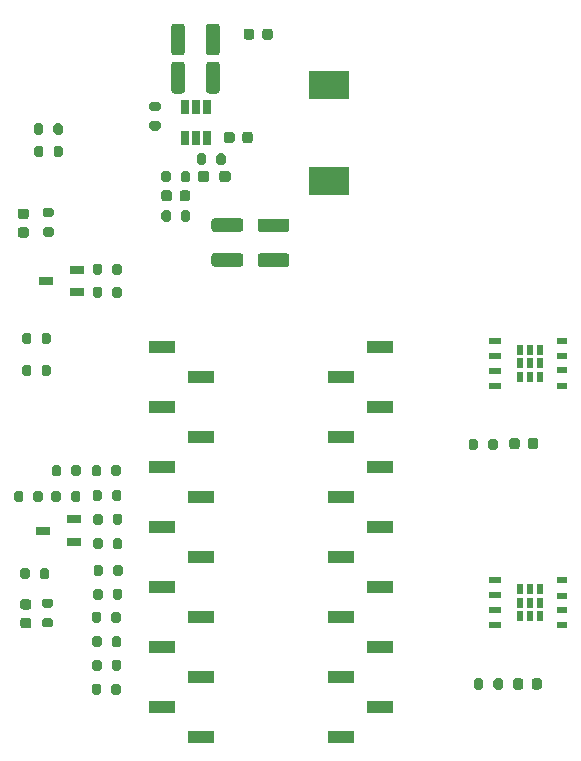
<source format=gbr>
%TF.GenerationSoftware,KiCad,Pcbnew,(5.1.9)-1*%
<<<<<<< HEAD:exports/Gerbers/4runner-Seat-Heat-PCB-Rev02/4runner-seat-heat-F_Paste.gbr
%TF.CreationDate,2022-03-20T14:43:19-04:00*%
=======
%TF.CreationDate,2022-12-24T12:33:20-05:00*%
>>>>>>> better-backligh-control:exports/Gerbers/4runner-Seat-Heat-PCB-Rev03/4runner-seat-heat-F_Paste.gbr
%TF.ProjectId,4runner-seat-heat,3472756e-6e65-4722-9d73-6561742d6865,rev?*%
%TF.SameCoordinates,Original*%
%TF.FileFunction,Paste,Top*%
%TF.FilePolarity,Positive*%
%FSLAX46Y46*%
G04 Gerber Fmt 4.6, Leading zero omitted, Abs format (unit mm)*
<<<<<<< HEAD:exports/Gerbers/4runner-Seat-Heat-PCB-Rev02/4runner-seat-heat-F_Paste.gbr
G04 Created by KiCad (PCBNEW (5.1.9)-1) date 2022-03-20 14:43:19*
=======
G04 Created by KiCad (PCBNEW (5.1.9)-1) date 2022-12-24 12:33:20*
>>>>>>> better-backligh-control:exports/Gerbers/4runner-Seat-Heat-PCB-Rev03/4runner-seat-heat-F_Paste.gbr
%MOMM*%
%LPD*%
G01*
G04 APERTURE LIST*
%ADD10R,2.286000X1.016000*%
%ADD11R,0.650000X1.220000*%
%ADD12R,0.600000X0.900000*%
%ADD13R,0.900000X0.600000*%
%ADD14R,1.050000X0.600000*%
%ADD15R,1.220000X0.650000*%
%ADD16R,3.400000X2.400000*%
G04 APERTURE END LIST*
%TO.C,R24*%
G36*
G01*
X10875000Y-43525000D02*
X10875000Y-44075000D01*
G75*
G02*
X10675000Y-44275000I-200000J0D01*
G01*
X10275000Y-44275000D01*
G75*
G02*
X10075000Y-44075000I0J200000D01*
G01*
X10075000Y-43525000D01*
G75*
G02*
X10275000Y-43325000I200000J0D01*
G01*
X10675000Y-43325000D01*
G75*
G02*
X10875000Y-43525000I0J-200000D01*
G01*
G37*
G36*
G01*
X12525000Y-43525000D02*
X12525000Y-44075000D01*
G75*
G02*
X12325000Y-44275000I-200000J0D01*
G01*
X11925000Y-44275000D01*
G75*
G02*
X11725000Y-44075000I0J200000D01*
G01*
X11725000Y-43525000D01*
G75*
G02*
X11925000Y-43325000I200000J0D01*
G01*
X12325000Y-43325000D01*
G75*
G02*
X12525000Y-43525000I0J-200000D01*
G01*
G37*
%TD*%
%TO.C,R23*%
G36*
G01*
X12261400Y-50617800D02*
X12261400Y-50067800D01*
G75*
G02*
X12461400Y-49867800I200000J0D01*
G01*
X12861400Y-49867800D01*
G75*
G02*
X13061400Y-50067800I0J-200000D01*
G01*
X13061400Y-50617800D01*
G75*
G02*
X12861400Y-50817800I-200000J0D01*
G01*
X12461400Y-50817800D01*
G75*
G02*
X12261400Y-50617800I0J200000D01*
G01*
G37*
G36*
G01*
X10611400Y-50617800D02*
X10611400Y-50067800D01*
G75*
G02*
X10811400Y-49867800I200000J0D01*
G01*
X11211400Y-49867800D01*
G75*
G02*
X11411400Y-50067800I0J-200000D01*
G01*
X11411400Y-50617800D01*
G75*
G02*
X11211400Y-50817800I-200000J0D01*
G01*
X10811400Y-50817800D01*
G75*
G02*
X10611400Y-50617800I0J200000D01*
G01*
G37*
%TD*%
%TO.C,R22*%
G36*
G01*
X11563800Y-32846600D02*
X11563800Y-33396600D01*
G75*
G02*
X11363800Y-33596600I-200000J0D01*
G01*
X10963800Y-33596600D01*
G75*
G02*
X10763800Y-33396600I0J200000D01*
G01*
X10763800Y-32846600D01*
G75*
G02*
X10963800Y-32646600I200000J0D01*
G01*
X11363800Y-32646600D01*
G75*
G02*
X11563800Y-32846600I0J-200000D01*
G01*
G37*
G36*
G01*
X13213800Y-32846600D02*
X13213800Y-33396600D01*
G75*
G02*
X13013800Y-33596600I-200000J0D01*
G01*
X12613800Y-33596600D01*
G75*
G02*
X12413800Y-33396600I0J200000D01*
G01*
X12413800Y-32846600D01*
G75*
G02*
X12613800Y-32646600I200000J0D01*
G01*
X13013800Y-32646600D01*
G75*
G02*
X13213800Y-32846600I0J-200000D01*
G01*
G37*
%TD*%
%TO.C,R21*%
G36*
G01*
X12413800Y-30704200D02*
X12413800Y-30154200D01*
G75*
G02*
X12613800Y-29954200I200000J0D01*
G01*
X13013800Y-29954200D01*
G75*
G02*
X13213800Y-30154200I0J-200000D01*
G01*
X13213800Y-30704200D01*
G75*
G02*
X13013800Y-30904200I-200000J0D01*
G01*
X12613800Y-30904200D01*
G75*
G02*
X12413800Y-30704200I0J200000D01*
G01*
G37*
G36*
G01*
X10763800Y-30704200D02*
X10763800Y-30154200D01*
G75*
G02*
X10963800Y-29954200I200000J0D01*
G01*
X11363800Y-29954200D01*
G75*
G02*
X11563800Y-30154200I0J-200000D01*
G01*
X11563800Y-30704200D01*
G75*
G02*
X11363800Y-30904200I-200000J0D01*
G01*
X10963800Y-30904200D01*
G75*
G02*
X10763800Y-30704200I0J200000D01*
G01*
G37*
%TD*%
D10*
%TO.C,U2*%
X41088900Y-31105000D03*
X37788900Y-33655000D03*
X37788900Y-53975000D03*
X41088900Y-36185000D03*
X37788900Y-64135000D03*
X37788900Y-48895000D03*
X41088900Y-61585000D03*
X41088900Y-51425000D03*
X41088900Y-41265000D03*
X37788900Y-38735000D03*
X37788900Y-43815000D03*
X37788900Y-59055000D03*
X41088900Y-46345000D03*
X41088900Y-56505000D03*
X25888900Y-33665000D03*
X25888900Y-38745000D03*
X25888900Y-43825000D03*
X25888900Y-48905000D03*
X25888900Y-53985000D03*
X25888900Y-59065000D03*
X22588900Y-31135000D03*
X22588900Y-36215000D03*
X22588900Y-41295000D03*
X22588900Y-46375000D03*
X22588900Y-51455000D03*
X22588900Y-56535000D03*
X22588900Y-61615000D03*
X25888900Y-64145000D03*
%TD*%
%TO.C,C7*%
G36*
G01*
X28758000Y-13148500D02*
X28758000Y-13648500D01*
G75*
G02*
X28533000Y-13873500I-225000J0D01*
G01*
X28083000Y-13873500D01*
G75*
G02*
X27858000Y-13648500I0J225000D01*
G01*
X27858000Y-13148500D01*
G75*
G02*
X28083000Y-12923500I225000J0D01*
G01*
X28533000Y-12923500D01*
G75*
G02*
X28758000Y-13148500I0J-225000D01*
G01*
G37*
G36*
G01*
X30308000Y-13148500D02*
X30308000Y-13648500D01*
G75*
G02*
X30083000Y-13873500I-225000J0D01*
G01*
X29633000Y-13873500D01*
G75*
G02*
X29408000Y-13648500I0J225000D01*
G01*
X29408000Y-13148500D01*
G75*
G02*
X29633000Y-12923500I225000J0D01*
G01*
X30083000Y-12923500D01*
G75*
G02*
X30308000Y-13148500I0J-225000D01*
G01*
G37*
%TD*%
%TO.C,C8*%
G36*
G01*
X33154801Y-24363900D02*
X30954799Y-24363900D01*
G75*
G02*
X30704800Y-24113901I0J249999D01*
G01*
X30704800Y-23463899D01*
G75*
G02*
X30954799Y-23213900I249999J0D01*
G01*
X33154801Y-23213900D01*
G75*
G02*
X33404800Y-23463899I0J-249999D01*
G01*
X33404800Y-24113901D01*
G75*
G02*
X33154801Y-24363900I-249999J0D01*
G01*
G37*
G36*
G01*
X33154801Y-21413900D02*
X30954799Y-21413900D01*
G75*
G02*
X30704800Y-21163901I0J249999D01*
G01*
X30704800Y-20513899D01*
G75*
G02*
X30954799Y-20263900I249999J0D01*
G01*
X33154801Y-20263900D01*
G75*
G02*
X33404800Y-20513899I0J-249999D01*
G01*
X33404800Y-21163901D01*
G75*
G02*
X33154801Y-21413900I-249999J0D01*
G01*
G37*
%TD*%
%TO.C,C9*%
G36*
G01*
X29243201Y-21388500D02*
X27043199Y-21388500D01*
G75*
G02*
X26793200Y-21138501I0J249999D01*
G01*
X26793200Y-20488499D01*
G75*
G02*
X27043199Y-20238500I249999J0D01*
G01*
X29243201Y-20238500D01*
G75*
G02*
X29493200Y-20488499I0J-249999D01*
G01*
X29493200Y-21138501D01*
G75*
G02*
X29243201Y-21388500I-249999J0D01*
G01*
G37*
G36*
G01*
X29243201Y-24338500D02*
X27043199Y-24338500D01*
G75*
G02*
X26793200Y-24088501I0J249999D01*
G01*
X26793200Y-23438499D01*
G75*
G02*
X27043199Y-23188500I249999J0D01*
G01*
X29243201Y-23188500D01*
G75*
G02*
X29493200Y-23438499I0J-249999D01*
G01*
X29493200Y-24088501D01*
G75*
G02*
X29243201Y-24338500I-249999J0D01*
G01*
G37*
%TD*%
%TO.C,C10*%
G36*
G01*
X23400800Y-9431201D02*
X23400800Y-7231199D01*
G75*
G02*
X23650799Y-6981200I249999J0D01*
G01*
X24300801Y-6981200D01*
G75*
G02*
X24550800Y-7231199I0J-249999D01*
G01*
X24550800Y-9431201D01*
G75*
G02*
X24300801Y-9681200I-249999J0D01*
G01*
X23650799Y-9681200D01*
G75*
G02*
X23400800Y-9431201I0J249999D01*
G01*
G37*
G36*
G01*
X26350800Y-9431201D02*
X26350800Y-7231199D01*
G75*
G02*
X26600799Y-6981200I249999J0D01*
G01*
X27250801Y-6981200D01*
G75*
G02*
X27500800Y-7231199I0J-249999D01*
G01*
X27500800Y-9431201D01*
G75*
G02*
X27250801Y-9681200I-249999J0D01*
G01*
X26600799Y-9681200D01*
G75*
G02*
X26350800Y-9431201I0J249999D01*
G01*
G37*
%TD*%
%TO.C,C6*%
G36*
G01*
X26338100Y-6205401D02*
X26338100Y-4005399D01*
G75*
G02*
X26588099Y-3755400I249999J0D01*
G01*
X27238101Y-3755400D01*
G75*
G02*
X27488100Y-4005399I0J-249999D01*
G01*
X27488100Y-6205401D01*
G75*
G02*
X27238101Y-6455400I-249999J0D01*
G01*
X26588099Y-6455400D01*
G75*
G02*
X26338100Y-6205401I0J249999D01*
G01*
G37*
G36*
G01*
X23388100Y-6205401D02*
X23388100Y-4005399D01*
G75*
G02*
X23638099Y-3755400I249999J0D01*
G01*
X24288101Y-3755400D01*
G75*
G02*
X24538100Y-4005399I0J-249999D01*
G01*
X24538100Y-6205401D01*
G75*
G02*
X24288101Y-6455400I-249999J0D01*
G01*
X23638099Y-6455400D01*
G75*
G02*
X23388100Y-6205401I0J249999D01*
G01*
G37*
%TD*%
%TO.C,C12*%
G36*
G01*
X24999400Y-18088800D02*
X24999400Y-18588800D01*
G75*
G02*
X24774400Y-18813800I-225000J0D01*
G01*
X24324400Y-18813800D01*
G75*
G02*
X24099400Y-18588800I0J225000D01*
G01*
X24099400Y-18088800D01*
G75*
G02*
X24324400Y-17863800I225000J0D01*
G01*
X24774400Y-17863800D01*
G75*
G02*
X24999400Y-18088800I0J-225000D01*
G01*
G37*
G36*
G01*
X23449400Y-18088800D02*
X23449400Y-18588800D01*
G75*
G02*
X23224400Y-18813800I-225000J0D01*
G01*
X22774400Y-18813800D01*
G75*
G02*
X22549400Y-18588800I0J225000D01*
G01*
X22549400Y-18088800D01*
G75*
G02*
X22774400Y-17863800I225000J0D01*
G01*
X23224400Y-17863800D01*
G75*
G02*
X23449400Y-18088800I0J-225000D01*
G01*
G37*
%TD*%
%TO.C,F2*%
G36*
G01*
X29534400Y-4904450D02*
X29534400Y-4391950D01*
G75*
G02*
X29753150Y-4173200I218750J0D01*
G01*
X30190650Y-4173200D01*
G75*
G02*
X30409400Y-4391950I0J-218750D01*
G01*
X30409400Y-4904450D01*
G75*
G02*
X30190650Y-5123200I-218750J0D01*
G01*
X29753150Y-5123200D01*
G75*
G02*
X29534400Y-4904450I0J218750D01*
G01*
G37*
G36*
G01*
X31109400Y-4904450D02*
X31109400Y-4391950D01*
G75*
G02*
X31328150Y-4173200I218750J0D01*
G01*
X31765650Y-4173200D01*
G75*
G02*
X31984400Y-4391950I0J-218750D01*
G01*
X31984400Y-4904450D01*
G75*
G02*
X31765650Y-5123200I-218750J0D01*
G01*
X31328150Y-5123200D01*
G75*
G02*
X31109400Y-4904450I0J218750D01*
G01*
G37*
%TD*%
%TO.C,R1*%
G36*
G01*
X17507400Y-57802100D02*
X17507400Y-58352100D01*
G75*
G02*
X17307400Y-58552100I-200000J0D01*
G01*
X16907400Y-58552100D01*
G75*
G02*
X16707400Y-58352100I0J200000D01*
G01*
X16707400Y-57802100D01*
G75*
G02*
X16907400Y-57602100I200000J0D01*
G01*
X17307400Y-57602100D01*
G75*
G02*
X17507400Y-57802100I0J-200000D01*
G01*
G37*
G36*
G01*
X19157400Y-57802100D02*
X19157400Y-58352100D01*
G75*
G02*
X18957400Y-58552100I-200000J0D01*
G01*
X18557400Y-58552100D01*
G75*
G02*
X18357400Y-58352100I0J200000D01*
G01*
X18357400Y-57802100D01*
G75*
G02*
X18557400Y-57602100I200000J0D01*
G01*
X18957400Y-57602100D01*
G75*
G02*
X19157400Y-57802100I0J-200000D01*
G01*
G37*
%TD*%
%TO.C,R3*%
G36*
G01*
X51478900Y-59389600D02*
X51478900Y-59939600D01*
G75*
G02*
X51278900Y-60139600I-200000J0D01*
G01*
X50878900Y-60139600D01*
G75*
G02*
X50678900Y-59939600I0J200000D01*
G01*
X50678900Y-59389600D01*
G75*
G02*
X50878900Y-59189600I200000J0D01*
G01*
X51278900Y-59189600D01*
G75*
G02*
X51478900Y-59389600I0J-200000D01*
G01*
G37*
G36*
G01*
X49828900Y-59389600D02*
X49828900Y-59939600D01*
G75*
G02*
X49628900Y-60139600I-200000J0D01*
G01*
X49228900Y-60139600D01*
G75*
G02*
X49028900Y-59939600I0J200000D01*
G01*
X49028900Y-59389600D01*
G75*
G02*
X49228900Y-59189600I200000J0D01*
G01*
X49628900Y-59189600D01*
G75*
G02*
X49828900Y-59389600I0J-200000D01*
G01*
G37*
%TD*%
%TO.C,R2*%
G36*
G01*
X18332000Y-60384100D02*
X18332000Y-59834100D01*
G75*
G02*
X18532000Y-59634100I200000J0D01*
G01*
X18932000Y-59634100D01*
G75*
G02*
X19132000Y-59834100I0J-200000D01*
G01*
X19132000Y-60384100D01*
G75*
G02*
X18932000Y-60584100I-200000J0D01*
G01*
X18532000Y-60584100D01*
G75*
G02*
X18332000Y-60384100I0J200000D01*
G01*
G37*
G36*
G01*
X16682000Y-60384100D02*
X16682000Y-59834100D01*
G75*
G02*
X16882000Y-59634100I200000J0D01*
G01*
X17282000Y-59634100D01*
G75*
G02*
X17482000Y-59834100I0J-200000D01*
G01*
X17482000Y-60384100D01*
G75*
G02*
X17282000Y-60584100I-200000J0D01*
G01*
X16882000Y-60584100D01*
G75*
G02*
X16682000Y-60384100I0J200000D01*
G01*
G37*
%TD*%
%TO.C,R9*%
G36*
G01*
X14229800Y-14317300D02*
X14229800Y-14867300D01*
G75*
G02*
X14029800Y-15067300I-200000J0D01*
G01*
X13629800Y-15067300D01*
G75*
G02*
X13429800Y-14867300I0J200000D01*
G01*
X13429800Y-14317300D01*
G75*
G02*
X13629800Y-14117300I200000J0D01*
G01*
X14029800Y-14117300D01*
G75*
G02*
X14229800Y-14317300I0J-200000D01*
G01*
G37*
G36*
G01*
X12579800Y-14317300D02*
X12579800Y-14867300D01*
G75*
G02*
X12379800Y-15067300I-200000J0D01*
G01*
X11979800Y-15067300D01*
G75*
G02*
X11779800Y-14867300I0J200000D01*
G01*
X11779800Y-14317300D01*
G75*
G02*
X11979800Y-14117300I200000J0D01*
G01*
X12379800Y-14117300D01*
G75*
G02*
X12579800Y-14317300I0J-200000D01*
G01*
G37*
%TD*%
%TO.C,R12*%
G36*
G01*
X12567100Y-12412300D02*
X12567100Y-12962300D01*
G75*
G02*
X12367100Y-13162300I-200000J0D01*
G01*
X11967100Y-13162300D01*
G75*
G02*
X11767100Y-12962300I0J200000D01*
G01*
X11767100Y-12412300D01*
G75*
G02*
X11967100Y-12212300I200000J0D01*
G01*
X12367100Y-12212300D01*
G75*
G02*
X12567100Y-12412300I0J-200000D01*
G01*
G37*
G36*
G01*
X14217100Y-12412300D02*
X14217100Y-12962300D01*
G75*
G02*
X14017100Y-13162300I-200000J0D01*
G01*
X13617100Y-13162300D01*
G75*
G02*
X13417100Y-12962300I0J200000D01*
G01*
X13417100Y-12412300D01*
G75*
G02*
X13617100Y-12212300I200000J0D01*
G01*
X14017100Y-12212300D01*
G75*
G02*
X14217100Y-12412300I0J-200000D01*
G01*
G37*
%TD*%
%TO.C,R4*%
G36*
G01*
X16796300Y-52345000D02*
X16796300Y-51795000D01*
G75*
G02*
X16996300Y-51595000I200000J0D01*
G01*
X17396300Y-51595000D01*
G75*
G02*
X17596300Y-51795000I0J-200000D01*
G01*
X17596300Y-52345000D01*
G75*
G02*
X17396300Y-52545000I-200000J0D01*
G01*
X16996300Y-52545000D01*
G75*
G02*
X16796300Y-52345000I0J200000D01*
G01*
G37*
G36*
G01*
X18446300Y-52345000D02*
X18446300Y-51795000D01*
G75*
G02*
X18646300Y-51595000I200000J0D01*
G01*
X19046300Y-51595000D01*
G75*
G02*
X19246300Y-51795000I0J-200000D01*
G01*
X19246300Y-52345000D01*
G75*
G02*
X19046300Y-52545000I-200000J0D01*
G01*
X18646300Y-52545000D01*
G75*
G02*
X18446300Y-52345000I0J200000D01*
G01*
G37*
%TD*%
%TO.C,R7*%
G36*
G01*
X49371700Y-39107700D02*
X49371700Y-39657700D01*
G75*
G02*
X49171700Y-39857700I-200000J0D01*
G01*
X48771700Y-39857700D01*
G75*
G02*
X48571700Y-39657700I0J200000D01*
G01*
X48571700Y-39107700D01*
G75*
G02*
X48771700Y-38907700I200000J0D01*
G01*
X49171700Y-38907700D01*
G75*
G02*
X49371700Y-39107700I0J-200000D01*
G01*
G37*
G36*
G01*
X51021700Y-39107700D02*
X51021700Y-39657700D01*
G75*
G02*
X50821700Y-39857700I-200000J0D01*
G01*
X50421700Y-39857700D01*
G75*
G02*
X50221700Y-39657700I0J200000D01*
G01*
X50221700Y-39107700D01*
G75*
G02*
X50421700Y-38907700I200000J0D01*
G01*
X50821700Y-38907700D01*
G75*
G02*
X51021700Y-39107700I0J-200000D01*
G01*
G37*
%TD*%
%TO.C,R5*%
G36*
G01*
X16821700Y-50325700D02*
X16821700Y-49775700D01*
G75*
G02*
X17021700Y-49575700I200000J0D01*
G01*
X17421700Y-49575700D01*
G75*
G02*
X17621700Y-49775700I0J-200000D01*
G01*
X17621700Y-50325700D01*
G75*
G02*
X17421700Y-50525700I-200000J0D01*
G01*
X17021700Y-50525700D01*
G75*
G02*
X16821700Y-50325700I0J200000D01*
G01*
G37*
G36*
G01*
X18471700Y-50325700D02*
X18471700Y-49775700D01*
G75*
G02*
X18671700Y-49575700I200000J0D01*
G01*
X19071700Y-49575700D01*
G75*
G02*
X19271700Y-49775700I0J-200000D01*
G01*
X19271700Y-50325700D01*
G75*
G02*
X19071700Y-50525700I-200000J0D01*
G01*
X18671700Y-50525700D01*
G75*
G02*
X18471700Y-50325700I0J200000D01*
G01*
G37*
%TD*%
%TO.C,R6*%
G36*
G01*
X14078400Y-41342900D02*
X14078400Y-41892900D01*
G75*
G02*
X13878400Y-42092900I-200000J0D01*
G01*
X13478400Y-42092900D01*
G75*
G02*
X13278400Y-41892900I0J200000D01*
G01*
X13278400Y-41342900D01*
G75*
G02*
X13478400Y-41142900I200000J0D01*
G01*
X13878400Y-41142900D01*
G75*
G02*
X14078400Y-41342900I0J-200000D01*
G01*
G37*
G36*
G01*
X15728400Y-41342900D02*
X15728400Y-41892900D01*
G75*
G02*
X15528400Y-42092900I-200000J0D01*
G01*
X15128400Y-42092900D01*
G75*
G02*
X14928400Y-41892900I0J200000D01*
G01*
X14928400Y-41342900D01*
G75*
G02*
X15128400Y-41142900I200000J0D01*
G01*
X15528400Y-41142900D01*
G75*
G02*
X15728400Y-41342900I0J-200000D01*
G01*
G37*
%TD*%
%TO.C,R8*%
G36*
G01*
X15703000Y-43514600D02*
X15703000Y-44064600D01*
G75*
G02*
X15503000Y-44264600I-200000J0D01*
G01*
X15103000Y-44264600D01*
G75*
G02*
X14903000Y-44064600I0J200000D01*
G01*
X14903000Y-43514600D01*
G75*
G02*
X15103000Y-43314600I200000J0D01*
G01*
X15503000Y-43314600D01*
G75*
G02*
X15703000Y-43514600I0J-200000D01*
G01*
G37*
G36*
G01*
X14053000Y-43514600D02*
X14053000Y-44064600D01*
G75*
G02*
X13853000Y-44264600I-200000J0D01*
G01*
X13453000Y-44264600D01*
G75*
G02*
X13253000Y-44064600I0J200000D01*
G01*
X13253000Y-43514600D01*
G75*
G02*
X13453000Y-43314600I200000J0D01*
G01*
X13853000Y-43314600D01*
G75*
G02*
X14053000Y-43514600I0J-200000D01*
G01*
G37*
%TD*%
%TO.C,R11*%
G36*
G01*
X16745500Y-26779900D02*
X16745500Y-26229900D01*
G75*
G02*
X16945500Y-26029900I200000J0D01*
G01*
X17345500Y-26029900D01*
G75*
G02*
X17545500Y-26229900I0J-200000D01*
G01*
X17545500Y-26779900D01*
G75*
G02*
X17345500Y-26979900I-200000J0D01*
G01*
X16945500Y-26979900D01*
G75*
G02*
X16745500Y-26779900I0J200000D01*
G01*
G37*
G36*
G01*
X18395500Y-26779900D02*
X18395500Y-26229900D01*
G75*
G02*
X18595500Y-26029900I200000J0D01*
G01*
X18995500Y-26029900D01*
G75*
G02*
X19195500Y-26229900I0J-200000D01*
G01*
X19195500Y-26779900D01*
G75*
G02*
X18995500Y-26979900I-200000J0D01*
G01*
X18595500Y-26979900D01*
G75*
G02*
X18395500Y-26779900I0J200000D01*
G01*
G37*
%TD*%
%TO.C,R10*%
G36*
G01*
X18446300Y-48065100D02*
X18446300Y-47515100D01*
G75*
G02*
X18646300Y-47315100I200000J0D01*
G01*
X19046300Y-47315100D01*
G75*
G02*
X19246300Y-47515100I0J-200000D01*
G01*
X19246300Y-48065100D01*
G75*
G02*
X19046300Y-48265100I-200000J0D01*
G01*
X18646300Y-48265100D01*
G75*
G02*
X18446300Y-48065100I0J200000D01*
G01*
G37*
G36*
G01*
X16796300Y-48065100D02*
X16796300Y-47515100D01*
G75*
G02*
X16996300Y-47315100I200000J0D01*
G01*
X17396300Y-47315100D01*
G75*
G02*
X17596300Y-47515100I0J-200000D01*
G01*
X17596300Y-48065100D01*
G75*
G02*
X17396300Y-48265100I-200000J0D01*
G01*
X16996300Y-48265100D01*
G75*
G02*
X16796300Y-48065100I0J200000D01*
G01*
G37*
%TD*%
%TO.C,R16*%
G36*
G01*
X12717100Y-19349000D02*
X13267100Y-19349000D01*
G75*
G02*
X13467100Y-19549000I0J-200000D01*
G01*
X13467100Y-19949000D01*
G75*
G02*
X13267100Y-20149000I-200000J0D01*
G01*
X12717100Y-20149000D01*
G75*
G02*
X12517100Y-19949000I0J200000D01*
G01*
X12517100Y-19549000D01*
G75*
G02*
X12717100Y-19349000I200000J0D01*
G01*
G37*
G36*
G01*
X12717100Y-20999000D02*
X13267100Y-20999000D01*
G75*
G02*
X13467100Y-21199000I0J-200000D01*
G01*
X13467100Y-21599000D01*
G75*
G02*
X13267100Y-21799000I-200000J0D01*
G01*
X12717100Y-21799000D01*
G75*
G02*
X12517100Y-21599000I0J200000D01*
G01*
X12517100Y-21199000D01*
G75*
G02*
X12717100Y-20999000I200000J0D01*
G01*
G37*
%TD*%
%TO.C,R15*%
G36*
G01*
X12628200Y-54082500D02*
X13178200Y-54082500D01*
G75*
G02*
X13378200Y-54282500I0J-200000D01*
G01*
X13378200Y-54682500D01*
G75*
G02*
X13178200Y-54882500I-200000J0D01*
G01*
X12628200Y-54882500D01*
G75*
G02*
X12428200Y-54682500I0J200000D01*
G01*
X12428200Y-54282500D01*
G75*
G02*
X12628200Y-54082500I200000J0D01*
G01*
G37*
G36*
G01*
X12628200Y-52432500D02*
X13178200Y-52432500D01*
G75*
G02*
X13378200Y-52632500I0J-200000D01*
G01*
X13378200Y-53032500D01*
G75*
G02*
X13178200Y-53232500I-200000J0D01*
G01*
X12628200Y-53232500D01*
G75*
G02*
X12428200Y-53032500I0J200000D01*
G01*
X12428200Y-52632500D01*
G75*
G02*
X12628200Y-52432500I200000J0D01*
G01*
G37*
%TD*%
%TO.C,R14*%
G36*
G01*
X17545500Y-24286800D02*
X17545500Y-24836800D01*
G75*
G02*
X17345500Y-25036800I-200000J0D01*
G01*
X16945500Y-25036800D01*
G75*
G02*
X16745500Y-24836800I0J200000D01*
G01*
X16745500Y-24286800D01*
G75*
G02*
X16945500Y-24086800I200000J0D01*
G01*
X17345500Y-24086800D01*
G75*
G02*
X17545500Y-24286800I0J-200000D01*
G01*
G37*
G36*
G01*
X19195500Y-24286800D02*
X19195500Y-24836800D01*
G75*
G02*
X18995500Y-25036800I-200000J0D01*
G01*
X18595500Y-25036800D01*
G75*
G02*
X18395500Y-24836800I0J200000D01*
G01*
X18395500Y-24286800D01*
G75*
G02*
X18595500Y-24086800I200000J0D01*
G01*
X18995500Y-24086800D01*
G75*
G02*
X19195500Y-24286800I0J-200000D01*
G01*
G37*
%TD*%
%TO.C,R13*%
G36*
G01*
X17609000Y-45445000D02*
X17609000Y-45995000D01*
G75*
G02*
X17409000Y-46195000I-200000J0D01*
G01*
X17009000Y-46195000D01*
G75*
G02*
X16809000Y-45995000I0J200000D01*
G01*
X16809000Y-45445000D01*
G75*
G02*
X17009000Y-45245000I200000J0D01*
G01*
X17409000Y-45245000D01*
G75*
G02*
X17609000Y-45445000I0J-200000D01*
G01*
G37*
G36*
G01*
X19259000Y-45445000D02*
X19259000Y-45995000D01*
G75*
G02*
X19059000Y-46195000I-200000J0D01*
G01*
X18659000Y-46195000D01*
G75*
G02*
X18459000Y-45995000I0J200000D01*
G01*
X18459000Y-45445000D01*
G75*
G02*
X18659000Y-45245000I200000J0D01*
G01*
X19059000Y-45245000D01*
G75*
G02*
X19259000Y-45445000I0J-200000D01*
G01*
G37*
%TD*%
%TO.C,R34*%
G36*
G01*
X25012100Y-19765600D02*
X25012100Y-20315600D01*
G75*
G02*
X24812100Y-20515600I-200000J0D01*
G01*
X24412100Y-20515600D01*
G75*
G02*
X24212100Y-20315600I0J200000D01*
G01*
X24212100Y-19765600D01*
G75*
G02*
X24412100Y-19565600I200000J0D01*
G01*
X24812100Y-19565600D01*
G75*
G02*
X25012100Y-19765600I0J-200000D01*
G01*
G37*
G36*
G01*
X23362100Y-19765600D02*
X23362100Y-20315600D01*
G75*
G02*
X23162100Y-20515600I-200000J0D01*
G01*
X22762100Y-20515600D01*
G75*
G02*
X22562100Y-20315600I0J200000D01*
G01*
X22562100Y-19765600D01*
G75*
G02*
X22762100Y-19565600I200000J0D01*
G01*
X23162100Y-19565600D01*
G75*
G02*
X23362100Y-19765600I0J-200000D01*
G01*
G37*
%TD*%
%TO.C,R35*%
G36*
G01*
X21746800Y-10370100D02*
X22296800Y-10370100D01*
G75*
G02*
X22496800Y-10570100I0J-200000D01*
G01*
X22496800Y-10970100D01*
G75*
G02*
X22296800Y-11170100I-200000J0D01*
G01*
X21746800Y-11170100D01*
G75*
G02*
X21546800Y-10970100I0J200000D01*
G01*
X21546800Y-10570100D01*
G75*
G02*
X21746800Y-10370100I200000J0D01*
G01*
G37*
G36*
G01*
X21746800Y-12020100D02*
X22296800Y-12020100D01*
G75*
G02*
X22496800Y-12220100I0J-200000D01*
G01*
X22496800Y-12620100D01*
G75*
G02*
X22296800Y-12820100I-200000J0D01*
G01*
X21746800Y-12820100D01*
G75*
G02*
X21546800Y-12620100I0J200000D01*
G01*
X21546800Y-12220100D01*
G75*
G02*
X21746800Y-12020100I200000J0D01*
G01*
G37*
%TD*%
%TO.C,R36*%
G36*
G01*
X24199400Y-16988200D02*
X24199400Y-16438200D01*
G75*
G02*
X24399400Y-16238200I200000J0D01*
G01*
X24799400Y-16238200D01*
G75*
G02*
X24999400Y-16438200I0J-200000D01*
G01*
X24999400Y-16988200D01*
G75*
G02*
X24799400Y-17188200I-200000J0D01*
G01*
X24399400Y-17188200D01*
G75*
G02*
X24199400Y-16988200I0J200000D01*
G01*
G37*
G36*
G01*
X22549400Y-16988200D02*
X22549400Y-16438200D01*
G75*
G02*
X22749400Y-16238200I200000J0D01*
G01*
X23149400Y-16238200D01*
G75*
G02*
X23349400Y-16438200I0J-200000D01*
G01*
X23349400Y-16988200D01*
G75*
G02*
X23149400Y-17188200I-200000J0D01*
G01*
X22749400Y-17188200D01*
G75*
G02*
X22549400Y-16988200I0J200000D01*
G01*
G37*
%TD*%
%TO.C,R37*%
G36*
G01*
X27209300Y-15502300D02*
X27209300Y-14952300D01*
G75*
G02*
X27409300Y-14752300I200000J0D01*
G01*
X27809300Y-14752300D01*
G75*
G02*
X28009300Y-14952300I0J-200000D01*
G01*
X28009300Y-15502300D01*
G75*
G02*
X27809300Y-15702300I-200000J0D01*
G01*
X27409300Y-15702300D01*
G75*
G02*
X27209300Y-15502300I0J200000D01*
G01*
G37*
G36*
G01*
X25559300Y-15502300D02*
X25559300Y-14952300D01*
G75*
G02*
X25759300Y-14752300I200000J0D01*
G01*
X26159300Y-14752300D01*
G75*
G02*
X26359300Y-14952300I0J-200000D01*
G01*
X26359300Y-15502300D01*
G75*
G02*
X26159300Y-15702300I-200000J0D01*
G01*
X25759300Y-15702300D01*
G75*
G02*
X25559300Y-15502300I0J200000D01*
G01*
G37*
%TD*%
%TO.C,R38*%
G36*
G01*
X25625600Y-16938000D02*
X25625600Y-16463000D01*
G75*
G02*
X25863100Y-16225500I237500J0D01*
G01*
X26363100Y-16225500D01*
G75*
G02*
X26600600Y-16463000I0J-237500D01*
G01*
X26600600Y-16938000D01*
G75*
G02*
X26363100Y-17175500I-237500J0D01*
G01*
X25863100Y-17175500D01*
G75*
G02*
X25625600Y-16938000I0J237500D01*
G01*
G37*
G36*
G01*
X27450600Y-16938000D02*
X27450600Y-16463000D01*
G75*
G02*
X27688100Y-16225500I237500J0D01*
G01*
X28188100Y-16225500D01*
G75*
G02*
X28425600Y-16463000I0J-237500D01*
G01*
X28425600Y-16938000D01*
G75*
G02*
X28188100Y-17175500I-237500J0D01*
G01*
X27688100Y-17175500D01*
G75*
G02*
X27450600Y-16938000I0J237500D01*
G01*
G37*
%TD*%
%TO.C,R17*%
G36*
G01*
X19106600Y-53738100D02*
X19106600Y-54288100D01*
G75*
G02*
X18906600Y-54488100I-200000J0D01*
G01*
X18506600Y-54488100D01*
G75*
G02*
X18306600Y-54288100I0J200000D01*
G01*
X18306600Y-53738100D01*
G75*
G02*
X18506600Y-53538100I200000J0D01*
G01*
X18906600Y-53538100D01*
G75*
G02*
X19106600Y-53738100I0J-200000D01*
G01*
G37*
G36*
G01*
X17456600Y-53738100D02*
X17456600Y-54288100D01*
G75*
G02*
X17256600Y-54488100I-200000J0D01*
G01*
X16856600Y-54488100D01*
G75*
G02*
X16656600Y-54288100I0J200000D01*
G01*
X16656600Y-53738100D01*
G75*
G02*
X16856600Y-53538100I200000J0D01*
G01*
X17256600Y-53538100D01*
G75*
G02*
X17456600Y-53738100I0J-200000D01*
G01*
G37*
%TD*%
%TO.C,R19*%
G36*
G01*
X17482000Y-41342900D02*
X17482000Y-41892900D01*
G75*
G02*
X17282000Y-42092900I-200000J0D01*
G01*
X16882000Y-42092900D01*
G75*
G02*
X16682000Y-41892900I0J200000D01*
G01*
X16682000Y-41342900D01*
G75*
G02*
X16882000Y-41142900I200000J0D01*
G01*
X17282000Y-41142900D01*
G75*
G02*
X17482000Y-41342900I0J-200000D01*
G01*
G37*
G36*
G01*
X19132000Y-41342900D02*
X19132000Y-41892900D01*
G75*
G02*
X18932000Y-42092900I-200000J0D01*
G01*
X18532000Y-42092900D01*
G75*
G02*
X18332000Y-41892900I0J200000D01*
G01*
X18332000Y-41342900D01*
G75*
G02*
X18532000Y-41142900I200000J0D01*
G01*
X18932000Y-41142900D01*
G75*
G02*
X19132000Y-41342900I0J-200000D01*
G01*
G37*
%TD*%
%TO.C,R18*%
G36*
G01*
X19157400Y-55820900D02*
X19157400Y-56370900D01*
G75*
G02*
X18957400Y-56570900I-200000J0D01*
G01*
X18557400Y-56570900D01*
G75*
G02*
X18357400Y-56370900I0J200000D01*
G01*
X18357400Y-55820900D01*
G75*
G02*
X18557400Y-55620900I200000J0D01*
G01*
X18957400Y-55620900D01*
G75*
G02*
X19157400Y-55820900I0J-200000D01*
G01*
G37*
G36*
G01*
X17507400Y-55820900D02*
X17507400Y-56370900D01*
G75*
G02*
X17307400Y-56570900I-200000J0D01*
G01*
X16907400Y-56570900D01*
G75*
G02*
X16707400Y-56370900I0J200000D01*
G01*
X16707400Y-55820900D01*
G75*
G02*
X16907400Y-55620900I200000J0D01*
G01*
X17307400Y-55620900D01*
G75*
G02*
X17507400Y-55820900I0J-200000D01*
G01*
G37*
%TD*%
%TO.C,R20*%
G36*
G01*
X16732800Y-44001100D02*
X16732800Y-43451100D01*
G75*
G02*
X16932800Y-43251100I200000J0D01*
G01*
X17332800Y-43251100D01*
G75*
G02*
X17532800Y-43451100I0J-200000D01*
G01*
X17532800Y-44001100D01*
G75*
G02*
X17332800Y-44201100I-200000J0D01*
G01*
X16932800Y-44201100D01*
G75*
G02*
X16732800Y-44001100I0J200000D01*
G01*
G37*
G36*
G01*
X18382800Y-44001100D02*
X18382800Y-43451100D01*
G75*
G02*
X18582800Y-43251100I200000J0D01*
G01*
X18982800Y-43251100D01*
G75*
G02*
X19182800Y-43451100I0J-200000D01*
G01*
X19182800Y-44001100D01*
G75*
G02*
X18982800Y-44201100I-200000J0D01*
G01*
X18582800Y-44201100D01*
G75*
G02*
X18382800Y-44001100I0J200000D01*
G01*
G37*
%TD*%
D11*
%TO.C,U1*%
X25512800Y-10793100D03*
X26462800Y-10793100D03*
X26462800Y-13413100D03*
X24562800Y-10793100D03*
X25512800Y-13413100D03*
X24562800Y-13413100D03*
%TD*%
%TO.C,D1*%
G36*
G01*
X53205900Y-59408350D02*
X53205900Y-59920850D01*
G75*
G02*
X52987150Y-60139600I-218750J0D01*
G01*
X52549650Y-60139600D01*
G75*
G02*
X52330900Y-59920850I0J218750D01*
G01*
X52330900Y-59408350D01*
G75*
G02*
X52549650Y-59189600I218750J0D01*
G01*
X52987150Y-59189600D01*
G75*
G02*
X53205900Y-59408350I0J-218750D01*
G01*
G37*
G36*
G01*
X54780900Y-59408350D02*
X54780900Y-59920850D01*
G75*
G02*
X54562150Y-60139600I-218750J0D01*
G01*
X54124650Y-60139600D01*
G75*
G02*
X53905900Y-59920850I0J218750D01*
G01*
X53905900Y-59408350D01*
G75*
G02*
X54124650Y-59189600I218750J0D01*
G01*
X54562150Y-59189600D01*
G75*
G02*
X54780900Y-59408350I0J-218750D01*
G01*
G37*
%TD*%
%TO.C,D2*%
G36*
G01*
X54463400Y-39062950D02*
X54463400Y-39575450D01*
G75*
G02*
X54244650Y-39794200I-218750J0D01*
G01*
X53807150Y-39794200D01*
G75*
G02*
X53588400Y-39575450I0J218750D01*
G01*
X53588400Y-39062950D01*
G75*
G02*
X53807150Y-38844200I218750J0D01*
G01*
X54244650Y-38844200D01*
G75*
G02*
X54463400Y-39062950I0J-218750D01*
G01*
G37*
G36*
G01*
X52888400Y-39062950D02*
X52888400Y-39575450D01*
G75*
G02*
X52669650Y-39794200I-218750J0D01*
G01*
X52232150Y-39794200D01*
G75*
G02*
X52013400Y-39575450I0J218750D01*
G01*
X52013400Y-39062950D01*
G75*
G02*
X52232150Y-38844200I218750J0D01*
G01*
X52669650Y-38844200D01*
G75*
G02*
X52888400Y-39062950I0J-218750D01*
G01*
G37*
%TD*%
%TO.C,D3*%
G36*
G01*
X11127450Y-21875200D02*
X10614950Y-21875200D01*
G75*
G02*
X10396200Y-21656450I0J218750D01*
G01*
X10396200Y-21218950D01*
G75*
G02*
X10614950Y-21000200I218750J0D01*
G01*
X11127450Y-21000200D01*
G75*
G02*
X11346200Y-21218950I0J-218750D01*
G01*
X11346200Y-21656450D01*
G75*
G02*
X11127450Y-21875200I-218750J0D01*
G01*
G37*
G36*
G01*
X11127450Y-20300200D02*
X10614950Y-20300200D01*
G75*
G02*
X10396200Y-20081450I0J218750D01*
G01*
X10396200Y-19643950D01*
G75*
G02*
X10614950Y-19425200I218750J0D01*
G01*
X11127450Y-19425200D01*
G75*
G02*
X11346200Y-19643950I0J-218750D01*
G01*
X11346200Y-20081450D01*
G75*
G02*
X11127450Y-20300200I-218750J0D01*
G01*
G37*
%TD*%
%TO.C,D4*%
G36*
G01*
X11343350Y-53371000D02*
X10830850Y-53371000D01*
G75*
G02*
X10612100Y-53152250I0J218750D01*
G01*
X10612100Y-52714750D01*
G75*
G02*
X10830850Y-52496000I218750J0D01*
G01*
X11343350Y-52496000D01*
G75*
G02*
X11562100Y-52714750I0J-218750D01*
G01*
X11562100Y-53152250D01*
G75*
G02*
X11343350Y-53371000I-218750J0D01*
G01*
G37*
G36*
G01*
X11343350Y-54946000D02*
X10830850Y-54946000D01*
G75*
G02*
X10612100Y-54727250I0J218750D01*
G01*
X10612100Y-54289750D01*
G75*
G02*
X10830850Y-54071000I218750J0D01*
G01*
X11343350Y-54071000D01*
G75*
G02*
X11562100Y-54289750I0J-218750D01*
G01*
X11562100Y-54727250D01*
G75*
G02*
X11343350Y-54946000I-218750J0D01*
G01*
G37*
%TD*%
D12*
%TO.C,Q1*%
X52943300Y-52785000D03*
X54643300Y-52785000D03*
X52943300Y-53935000D03*
X54643300Y-53935000D03*
X53793300Y-53935000D03*
X54643300Y-51635000D03*
X52943300Y-51635000D03*
X53793300Y-51635000D03*
D13*
X56493300Y-50905000D03*
X56493300Y-53385000D03*
X56493300Y-54665000D03*
D14*
X50773300Y-52145000D03*
X50773300Y-54695000D03*
D13*
X56493300Y-52185000D03*
D14*
X50773300Y-50875000D03*
D12*
X53793300Y-52785000D03*
D14*
X50773300Y-53425000D03*
%TD*%
%TO.C,Q2*%
X50773300Y-33164700D03*
D12*
X53793300Y-32524700D03*
D14*
X50773300Y-30614700D03*
D13*
X56493300Y-31924700D03*
D14*
X50773300Y-34434700D03*
X50773300Y-31884700D03*
D13*
X56493300Y-34404700D03*
X56493300Y-33124700D03*
X56493300Y-30644700D03*
D12*
X53793300Y-31374700D03*
X52943300Y-31374700D03*
X54643300Y-31374700D03*
X53793300Y-33674700D03*
X54643300Y-33674700D03*
X52943300Y-33674700D03*
X54643300Y-32524700D03*
X52943300Y-32524700D03*
%TD*%
D15*
%TO.C,Q4*%
X15419700Y-24615100D03*
X15419700Y-26515100D03*
X12799700Y-25565100D03*
%TD*%
%TO.C,Q3*%
X12558400Y-46685200D03*
X15178400Y-47635200D03*
X15178400Y-45735200D03*
%TD*%
D16*
%TO.C,L1*%
X36791900Y-8917500D03*
X36791900Y-17117500D03*
%TD*%
M02*

</source>
